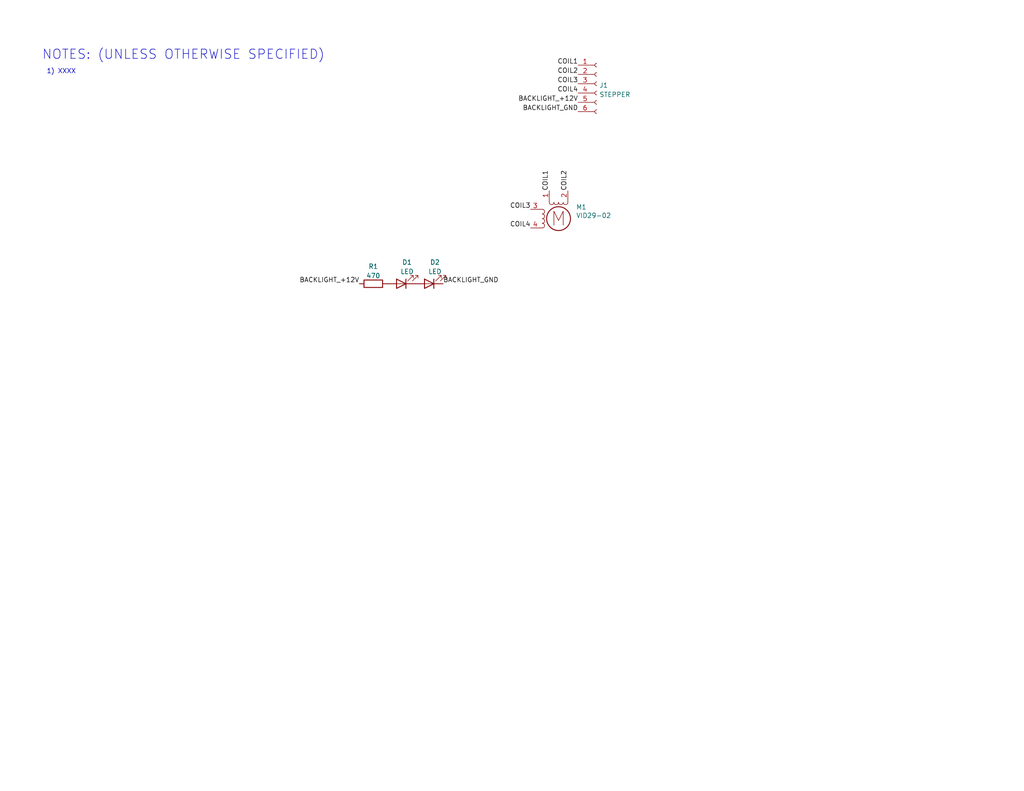
<source format=kicad_sch>
(kicad_sch (version 20211123) (generator eeschema)
  (paper "A")
  (title_block (date "2022-08-04") (rev "2"))
  (lib_symbols
    (symbol "Connector:Conn_01x06_Female" (pin_names (offset 1.016) hide)
      (property "Reference" "J" (at 0 7.62 0))
      (property "Value" "Conn_01x06_Female" (at 0 -10.16 0))
      (symbol "Conn_01x06_Female_1_1"
        (arc (start 0 -7.112) (mid -0.508 -7.62) (end 0 -8.128) (stroke (width 0.1524)))
        (arc (start 0 -4.572) (mid -0.508 -5.08) (end 0 -5.588) (stroke (width 0.1524)))
        (arc (start 0 -2.032) (mid -0.508 -2.54) (end 0 -3.048) (stroke (width 0.1524)))
        (polyline (pts (xy -1.27 -7.62) (xy -0.508 -7.62)) (stroke (width 0.1524)))
        (polyline (pts (xy -1.27 -5.08) (xy -0.508 -5.08)) (stroke (width 0.1524)))
        (polyline (pts (xy -1.27 -2.54) (xy -0.508 -2.54)) (stroke (width 0.1524)))
        (polyline (pts (xy -1.27 0) (xy -0.508 0)) (stroke (width 0.1524)))
        (polyline (pts (xy -1.27 2.54) (xy -0.508 2.54)) (stroke (width 0.1524)))
        (polyline (pts (xy -1.27 5.08) (xy -0.508 5.08)) (stroke (width 0.1524)))
        (arc (start 0 0.508) (mid -0.508 0) (end 0 -0.508) (stroke (width 0.1524)))
        (arc (start 0 3.048) (mid -0.508 2.54) (end 0 2.032) (stroke (width 0.1524)))
        (arc (start 0 5.588) (mid -0.508 5.08) (end 0 4.572) (stroke (width 0.1524)))
        (pin passive line (at -5.08 5.08 0) (length 3.81) (name "Pin_1") (number "1"))
        (pin passive line (at -5.08 2.54 0) (length 3.81) (name "Pin_2") (number "2"))
        (pin passive line (at -5.08 0 0) (length 3.81) (name "Pin_3") (number "3"))
        (pin passive line (at -5.08 -2.54 0) (length 3.81) (name "Pin_4") (number "4"))
        (pin passive line (at -5.08 -5.08 0) (length 3.81) (name "Pin_5") (number "5"))
        (pin passive line (at -5.08 -7.62 0) (length 3.81) (name "Pin_6") (number "6"))
      )
    )
    (symbol "Device:LED" (pin_numbers hide) (pin_names (offset 1.016) hide)
      (property "Reference" "D" (at 0 2.54 0))
      (property "Value" "LED" (at 0 -2.54 0))
      (symbol "LED_0_1"
        (polyline (pts (xy -1.27 -1.27) (xy -1.27 1.27)) (stroke (width 0.254)))
        (polyline (pts (xy -1.27 0) (xy 1.27 0)))
        (polyline (pts (xy 1.27 -1.27) (xy 1.27 1.27) (xy -1.27 0) (xy 1.27 -1.27)) (stroke (width 0.254)))
        (polyline (pts (xy -3.048 -0.762) (xy -4.572 -2.286) (xy -3.81 -2.286) (xy -4.572 -2.286) (xy -4.572 -1.524)))
        (polyline (pts (xy -1.778 -0.762) (xy -3.302 -2.286) (xy -2.54 -2.286) (xy -3.302 -2.286) (xy -3.302 -1.524)))
      )
      (symbol "LED_1_1"
        (pin passive line (at -3.81 0 0) (length 2.54) (name "K") (number "1"))
        (pin passive line (at 3.81 0 180) (length 2.54) (name "A") (number "2"))
      )
    )
    (symbol "Device:R" (pin_numbers hide) (pin_names (offset 0))
      (property "Reference" "R" (at 2.032 0 90))
      (property "Value" "R" (at 0 0 90))
      (symbol "R_0_1"
        (rectangle (start -1.016 -2.54) (end 1.016 2.54) (stroke (width 0.254)))
      )
      (symbol "R_1_1"
        (pin passive line (at 0 3.81 270) (length 1.27) (name "~") (number "1"))
        (pin passive line (at 0 -3.81 90) (length 1.27) (name "~") (number "2"))
      )
    )
    (symbol "Motor:Stepper_Motor_bipolar" (pin_names (offset 0) hide)
      (property "Reference" "M" (at 3.81 2.54 0))
      (property "Value" "Stepper_Motor_bipolar" (at 3.81 1.27 0))
      (symbol "Stepper_Motor_bipolar_0_0"
        (polyline (pts (xy -1.27 -1.778) (xy -1.27 2.032) (xy 0 -0.508) (xy 1.27 2.032) (xy 1.27 -1.778)))
      )
      (symbol "Stepper_Motor_bipolar_0_1"
        (arc (start -4.445 -2.54) (mid -3.81 -1.905) (end -4.445 -1.27))
        (arc (start -4.445 -1.27) (mid -3.81 -0.635) (end -4.445 0))
        (arc (start -4.445 0) (mid -3.81 0.635) (end -4.445 1.27))
        (arc (start -4.445 1.27) (mid -3.81 1.905) (end -4.445 2.54))
        (arc (start -2.54 4.445) (mid -1.905 3.81) (end -1.27 4.445))
        (arc (start -1.27 4.445) (mid -0.635 3.81) (end 0 4.445))
        (polyline (pts (xy -5.08 -2.54) (xy -4.445 -2.54)))
        (polyline (pts (xy -5.08 2.54) (xy -4.445 2.54)))
        (polyline (pts (xy -2.54 5.08) (xy -2.54 4.445)))
        (polyline (pts (xy 2.54 5.08) (xy 2.54 4.445)))
        (circle (center 0 0) (radius 3.2512) (stroke (width 0.254)))
        (arc (start 0 4.445) (mid 0.635 3.81) (end 1.27 4.445))
        (arc (start 1.27 4.445) (mid 1.905 3.81) (end 2.54 4.445))
      )
      (symbol "Stepper_Motor_bipolar_1_1"
        (pin passive line (at -2.54 7.62 270) (length 2.54) (name "~") (number "1"))
        (pin passive line (at 2.54 7.62 270) (length 2.54) (name "-") (number "2"))
        (pin passive line (at -7.62 2.54 0) (length 2.54) (name "~") (number "3"))
        (pin passive line (at -7.62 -2.54 0) (length 2.54) (name "~") (number "4"))
      )
    )
  )
  (text "1) XXXX" (at 12.7 20.32 0) (effects (font (size 1.27 1.27)) (justify left bottom)))
  (text "NOTES: (UNLESS OTHERWISE SPECIFIED)" (at 11.43 16.51 0) (effects (font (size 2.54 2.54)) (justify left bottom)))
  (label "BACKLIGHT_GND" (at 157.734 30.48 180))
  (label "COIL4" (at 144.78 62.23 180))
  (label "COIL1" (at 149.86 52.07 90))
  (label "BACKLIGHT_+12V" (at 98.044 77.47 180))
  (label "COIL2" (at 157.734 20.32 180))
  (label "BACKLIGHT_+12V" (at 157.734 27.94 180))
  (label "COIL3" (at 144.78 57.15 180))
  (label "COIL2" (at 154.94 52.07 90))
  (label "COIL1" (at 157.734 17.78 180))
  (label "BACKLIGHT_GND" (at 120.904 77.47 0))
  (label "COIL4" (at 157.734 25.4 180))
  (label "COIL3" (at 157.734 22.86 180))
  (symbol (lib_id "Motor:Stepper_Motor_bipolar") (at 152.4 59.69 0) (unit 1)
    (property "Reference" "M1" (at 157.1752 56.5404 0) (effects (justify left)))
    (property "Value" "VID29-02" (at 157.1752 58.8518 0) (effects (justify left)))
    (property "Footprint" "Stepper:VID29-05P" (effects hide))
    (property "Datasheet" "https://guy.carpenter.id.au/gaugette/resources/vid/20091026113525_VID29_manual_EN-080606.pdf" (effects hide))
  )
  (symbol (lib_id "Device:R") (at 101.854 77.47 90) (unit 1)
    (property "Reference" "R1" (at 101.854 72.7542 90))
    (property "Value" "470" (at 101.854 75.2911 90))
    (property "Footprint" "Resistor_THT:R_Axial_DIN0204_L3.6mm_D1.6mm_P1.90mm_Vertical" (effects hide))
  )
  (symbol (lib_id "Connector:Conn_01x06_Female") (at 162.814 22.86 0) (unit 1)
    (property "Reference" "J1" (at 163.5252 23.2953 0) (effects (justify left)))
    (property "Value" "STEPPER" (at 163.5252 25.8322 0) (effects (justify left)))
    (property "Footprint" "Connector_Molex:Molex_KK-254_AE-6410-06A_1x06_P2.54mm_Vertical" (effects hide))
  )
  (symbol (lib_id "Device:LED") (at 117.094 77.47 180) (unit 1)
    (property "Reference" "D2" (at 118.6815 71.6112 0))
    (property "Value" "LED" (at 118.6815 74.1481 0))
    (property "Footprint" "LED_THT:LED_D3.0mm" (effects hide))
  )
  (symbol (lib_id "Device:LED") (at 109.474 77.47 180) (unit 1)
    (property "Reference" "D1" (at 111.0615 71.6112 0))
    (property "Value" "LED" (at 111.0615 74.1481 0))
    (property "Footprint" "LED_THT:LED_D3.0mm" (effects hide))
  )
)
</source>
